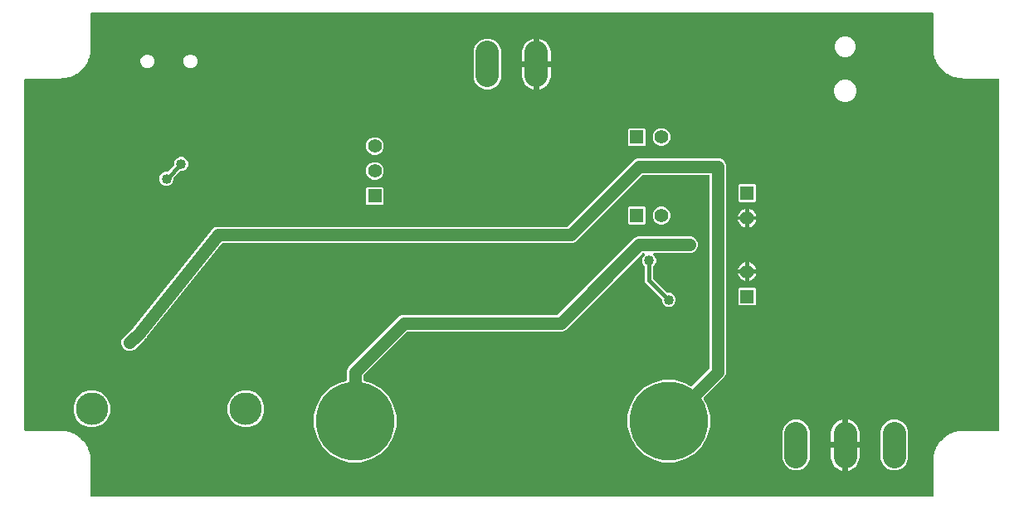
<source format=gbr>
G04 EAGLE Gerber RS-274X export*
G75*
%MOMM*%
%FSLAX34Y34*%
%LPD*%
%INBottom Copper*%
%IPPOS*%
%AMOC8*
5,1,8,0,0,1.08239X$1,22.5*%
G01*
%ADD10C,2.380000*%
%ADD11C,8.000000*%
%ADD12C,3.316000*%
%ADD13R,1.409600X1.409600*%
%ADD14C,1.409600*%
%ADD15C,1.016000*%
%ADD16C,1.270000*%
%ADD17C,1.143000*%
%ADD18C,0.406400*%

G36*
X928502Y2544D02*
X928502Y2544D01*
X928528Y2542D01*
X928675Y2564D01*
X928822Y2581D01*
X928847Y2589D01*
X928873Y2593D01*
X929011Y2648D01*
X929150Y2698D01*
X929172Y2712D01*
X929197Y2722D01*
X929318Y2807D01*
X929443Y2887D01*
X929461Y2906D01*
X929483Y2921D01*
X929582Y3031D01*
X929685Y3138D01*
X929699Y3160D01*
X929716Y3180D01*
X929788Y3310D01*
X929864Y3437D01*
X929872Y3462D01*
X929885Y3485D01*
X929925Y3628D01*
X929970Y3769D01*
X929972Y3795D01*
X929980Y3820D01*
X929999Y4064D01*
X929999Y39432D01*
X929991Y39504D01*
X929992Y39576D01*
X929975Y39659D01*
X929995Y39946D01*
X929994Y39985D01*
X929999Y40055D01*
X929999Y40315D01*
X930003Y40325D01*
X930027Y40483D01*
X930036Y40527D01*
X930036Y40543D01*
X930040Y40567D01*
X930268Y43764D01*
X930268Y43782D01*
X930271Y43799D01*
X930260Y43955D01*
X930256Y44047D01*
X930281Y44163D01*
X930285Y44200D01*
X930312Y44378D01*
X930320Y44484D01*
X930328Y44498D01*
X930333Y44515D01*
X930341Y44531D01*
X930412Y44765D01*
X931107Y47956D01*
X931108Y47974D01*
X931114Y47992D01*
X931126Y48148D01*
X931135Y48239D01*
X931176Y48350D01*
X931185Y48386D01*
X931238Y48559D01*
X931260Y48662D01*
X931270Y48675D01*
X931278Y48691D01*
X931288Y48706D01*
X931392Y48928D01*
X932533Y51987D01*
X932537Y52005D01*
X932545Y52021D01*
X932579Y52174D01*
X932601Y52263D01*
X932658Y52367D01*
X932672Y52401D01*
X932749Y52565D01*
X932786Y52664D01*
X932797Y52676D01*
X932807Y52691D01*
X932819Y52703D01*
X932953Y52908D01*
X934519Y55774D01*
X934525Y55791D01*
X934535Y55806D01*
X934591Y55953D01*
X934625Y56037D01*
X934696Y56132D01*
X934715Y56164D01*
X934814Y56315D01*
X934865Y56408D01*
X934878Y56418D01*
X934890Y56431D01*
X934904Y56442D01*
X935066Y56626D01*
X937023Y59240D01*
X937032Y59256D01*
X937044Y59269D01*
X937120Y59406D01*
X937166Y59485D01*
X937250Y59569D01*
X937273Y59599D01*
X937392Y59734D01*
X937456Y59818D01*
X937470Y59826D01*
X937484Y59838D01*
X937499Y59846D01*
X937686Y60005D01*
X939995Y62314D01*
X940006Y62328D01*
X940020Y62340D01*
X940114Y62465D01*
X940171Y62537D01*
X940267Y62608D01*
X940294Y62634D01*
X940431Y62750D01*
X940506Y62825D01*
X940521Y62831D01*
X940536Y62840D01*
X940553Y62847D01*
X940760Y62977D01*
X943374Y64934D01*
X943387Y64947D01*
X943403Y64956D01*
X943513Y65066D01*
X943580Y65129D01*
X943685Y65186D01*
X943715Y65207D01*
X943868Y65304D01*
X943952Y65367D01*
X943969Y65370D01*
X943985Y65378D01*
X944002Y65382D01*
X944226Y65481D01*
X947092Y67047D01*
X947107Y67057D01*
X947123Y67064D01*
X947249Y67157D01*
X947324Y67210D01*
X947435Y67252D01*
X947468Y67269D01*
X947633Y67342D01*
X947726Y67393D01*
X947742Y67394D01*
X947760Y67399D01*
X947777Y67400D01*
X948013Y67467D01*
X951072Y68608D01*
X951088Y68616D01*
X951106Y68621D01*
X951243Y68695D01*
X951325Y68737D01*
X951441Y68762D01*
X951477Y68774D01*
X951650Y68824D01*
X951749Y68861D01*
X951766Y68859D01*
X951783Y68862D01*
X951801Y68861D01*
X952043Y68893D01*
X955235Y69588D01*
X955252Y69593D01*
X955269Y69596D01*
X955417Y69650D01*
X955503Y69679D01*
X955622Y69688D01*
X955659Y69695D01*
X955837Y69719D01*
X955940Y69741D01*
X955956Y69737D01*
X955974Y69737D01*
X955992Y69734D01*
X956236Y69732D01*
X959433Y69960D01*
X959504Y69974D01*
X959577Y69977D01*
X959658Y70001D01*
X959945Y70001D01*
X959985Y70005D01*
X960054Y70005D01*
X960314Y70023D01*
X960325Y70020D01*
X960484Y70008D01*
X960528Y70001D01*
X960544Y70003D01*
X960568Y70001D01*
X995936Y70001D01*
X995962Y70004D01*
X995988Y70002D01*
X996135Y70024D01*
X996282Y70041D01*
X996307Y70049D01*
X996333Y70053D01*
X996471Y70108D01*
X996610Y70158D01*
X996632Y70172D01*
X996657Y70182D01*
X996778Y70267D01*
X996903Y70347D01*
X996921Y70366D01*
X996943Y70381D01*
X997042Y70491D01*
X997145Y70598D01*
X997159Y70620D01*
X997176Y70640D01*
X997248Y70770D01*
X997324Y70897D01*
X997332Y70922D01*
X997345Y70945D01*
X997385Y71088D01*
X997430Y71229D01*
X997432Y71255D01*
X997440Y71280D01*
X997459Y71524D01*
X997459Y428476D01*
X997456Y428502D01*
X997458Y428528D01*
X997436Y428675D01*
X997419Y428822D01*
X997411Y428847D01*
X997407Y428873D01*
X997352Y429011D01*
X997302Y429150D01*
X997288Y429172D01*
X997278Y429197D01*
X997193Y429318D01*
X997113Y429443D01*
X997094Y429461D01*
X997079Y429483D01*
X996969Y429582D01*
X996862Y429685D01*
X996840Y429699D01*
X996820Y429716D01*
X996690Y429788D01*
X996563Y429864D01*
X996538Y429872D01*
X996515Y429885D01*
X996372Y429925D01*
X996231Y429970D01*
X996205Y429972D01*
X996180Y429980D01*
X995936Y429999D01*
X960568Y429999D01*
X960496Y429991D01*
X960424Y429992D01*
X960341Y429975D01*
X960054Y429995D01*
X960015Y429994D01*
X959945Y429999D01*
X959685Y429999D01*
X959675Y430003D01*
X959517Y430027D01*
X959473Y430036D01*
X959457Y430036D01*
X959433Y430040D01*
X956236Y430268D01*
X956219Y430268D01*
X956201Y430271D01*
X956045Y430260D01*
X955953Y430256D01*
X955837Y430281D01*
X955800Y430285D01*
X955622Y430312D01*
X955516Y430320D01*
X955502Y430328D01*
X955485Y430333D01*
X955469Y430341D01*
X955235Y430412D01*
X952043Y431107D01*
X952026Y431108D01*
X952009Y431114D01*
X951852Y431126D01*
X951762Y431135D01*
X951650Y431176D01*
X951614Y431185D01*
X951441Y431238D01*
X951338Y431260D01*
X951325Y431270D01*
X951309Y431278D01*
X951294Y431288D01*
X951072Y431392D01*
X948013Y432533D01*
X947995Y432537D01*
X947979Y432545D01*
X947826Y432579D01*
X947737Y432601D01*
X947633Y432658D01*
X947598Y432672D01*
X947435Y432748D01*
X947336Y432785D01*
X947324Y432797D01*
X947309Y432807D01*
X947297Y432819D01*
X947092Y432953D01*
X944226Y434519D01*
X944209Y434525D01*
X944194Y434535D01*
X944047Y434591D01*
X943963Y434625D01*
X943868Y434696D01*
X943835Y434715D01*
X943685Y434814D01*
X943592Y434865D01*
X943582Y434878D01*
X943569Y434890D01*
X943558Y434904D01*
X943374Y435066D01*
X940760Y437023D01*
X940744Y437032D01*
X940731Y437044D01*
X940594Y437120D01*
X940515Y437166D01*
X940431Y437250D01*
X940402Y437273D01*
X940267Y437392D01*
X940182Y437456D01*
X940174Y437470D01*
X940162Y437484D01*
X940153Y437499D01*
X939995Y437686D01*
X937686Y439995D01*
X937672Y440006D01*
X937660Y440020D01*
X937535Y440114D01*
X937464Y440171D01*
X937392Y440267D01*
X937366Y440294D01*
X937250Y440431D01*
X937175Y440506D01*
X937169Y440521D01*
X937160Y440536D01*
X937153Y440553D01*
X937023Y440760D01*
X935066Y443374D01*
X935053Y443387D01*
X935044Y443403D01*
X934934Y443513D01*
X934871Y443580D01*
X934814Y443685D01*
X934793Y443715D01*
X934696Y443868D01*
X934633Y443952D01*
X934630Y443969D01*
X934622Y443985D01*
X934618Y444002D01*
X934519Y444226D01*
X932953Y447092D01*
X932943Y447107D01*
X932936Y447123D01*
X932843Y447249D01*
X932790Y447324D01*
X932748Y447435D01*
X932731Y447468D01*
X932658Y447633D01*
X932607Y447726D01*
X932606Y447742D01*
X932601Y447760D01*
X932600Y447777D01*
X932533Y448013D01*
X931392Y451072D01*
X931384Y451088D01*
X931379Y451106D01*
X931305Y451243D01*
X931263Y451325D01*
X931238Y451441D01*
X931226Y451477D01*
X931176Y451650D01*
X931139Y451749D01*
X931141Y451766D01*
X931138Y451783D01*
X931139Y451801D01*
X931107Y452043D01*
X930412Y455235D01*
X930407Y455252D01*
X930404Y455269D01*
X930350Y455417D01*
X930321Y455503D01*
X930312Y455622D01*
X930305Y455659D01*
X930281Y455837D01*
X930259Y455941D01*
X930263Y455957D01*
X930263Y455974D01*
X930266Y455992D01*
X930268Y456236D01*
X930040Y459433D01*
X930026Y459504D01*
X930023Y459577D01*
X929999Y459658D01*
X929999Y459945D01*
X929995Y459985D01*
X929995Y460054D01*
X929977Y460314D01*
X929980Y460325D01*
X929992Y460484D01*
X929999Y460528D01*
X929997Y460544D01*
X929999Y460568D01*
X929999Y495936D01*
X929996Y495962D01*
X929998Y495988D01*
X929976Y496135D01*
X929959Y496282D01*
X929951Y496307D01*
X929947Y496333D01*
X929892Y496471D01*
X929842Y496610D01*
X929828Y496632D01*
X929818Y496657D01*
X929733Y496778D01*
X929653Y496903D01*
X929634Y496921D01*
X929619Y496943D01*
X929509Y497042D01*
X929402Y497145D01*
X929380Y497159D01*
X929360Y497176D01*
X929230Y497248D01*
X929103Y497324D01*
X929078Y497332D01*
X929055Y497345D01*
X928912Y497385D01*
X928771Y497430D01*
X928745Y497432D01*
X928720Y497440D01*
X928476Y497459D01*
X71524Y497459D01*
X71498Y497456D01*
X71472Y497458D01*
X71325Y497436D01*
X71178Y497419D01*
X71153Y497411D01*
X71127Y497407D01*
X70989Y497352D01*
X70850Y497302D01*
X70828Y497288D01*
X70803Y497278D01*
X70682Y497193D01*
X70557Y497113D01*
X70539Y497094D01*
X70517Y497079D01*
X70418Y496969D01*
X70315Y496862D01*
X70301Y496840D01*
X70284Y496820D01*
X70212Y496690D01*
X70136Y496563D01*
X70128Y496538D01*
X70115Y496515D01*
X70075Y496372D01*
X70030Y496231D01*
X70028Y496205D01*
X70020Y496180D01*
X70001Y495936D01*
X70001Y460568D01*
X70009Y460496D01*
X70008Y460424D01*
X70025Y460341D01*
X70005Y460054D01*
X70006Y460015D01*
X70001Y459945D01*
X70001Y459685D01*
X69997Y459675D01*
X69973Y459517D01*
X69964Y459473D01*
X69964Y459457D01*
X69960Y459433D01*
X69732Y456236D01*
X69732Y456219D01*
X69729Y456201D01*
X69740Y456045D01*
X69744Y455953D01*
X69719Y455837D01*
X69715Y455800D01*
X69688Y455622D01*
X69680Y455516D01*
X69672Y455502D01*
X69667Y455485D01*
X69659Y455469D01*
X69588Y455235D01*
X68893Y452043D01*
X68892Y452026D01*
X68886Y452009D01*
X68874Y451852D01*
X68865Y451762D01*
X68824Y451650D01*
X68815Y451614D01*
X68762Y451441D01*
X68740Y451338D01*
X68730Y451325D01*
X68722Y451309D01*
X68712Y451294D01*
X68608Y451072D01*
X67467Y448013D01*
X67463Y447995D01*
X67455Y447979D01*
X67421Y447826D01*
X67399Y447737D01*
X67342Y447633D01*
X67328Y447598D01*
X67252Y447435D01*
X67215Y447336D01*
X67203Y447324D01*
X67193Y447309D01*
X67181Y447297D01*
X67047Y447092D01*
X65481Y444226D01*
X65475Y444209D01*
X65465Y444194D01*
X65409Y444047D01*
X65375Y443963D01*
X65304Y443868D01*
X65285Y443835D01*
X65186Y443685D01*
X65135Y443592D01*
X65122Y443582D01*
X65110Y443569D01*
X65096Y443558D01*
X64934Y443374D01*
X62977Y440760D01*
X62968Y440744D01*
X62956Y440731D01*
X62880Y440594D01*
X62834Y440515D01*
X62750Y440431D01*
X62727Y440402D01*
X62608Y440267D01*
X62544Y440182D01*
X62530Y440174D01*
X62516Y440162D01*
X62501Y440153D01*
X62314Y439995D01*
X60005Y437686D01*
X59994Y437672D01*
X59980Y437660D01*
X59886Y437535D01*
X59829Y437464D01*
X59733Y437392D01*
X59706Y437366D01*
X59569Y437250D01*
X59494Y437175D01*
X59479Y437169D01*
X59464Y437160D01*
X59447Y437153D01*
X59240Y437023D01*
X56626Y435066D01*
X56613Y435053D01*
X56598Y435044D01*
X56487Y434935D01*
X56420Y434871D01*
X56315Y434814D01*
X56285Y434793D01*
X56132Y434696D01*
X56048Y434633D01*
X56031Y434630D01*
X56015Y434622D01*
X55998Y434618D01*
X55774Y434519D01*
X52908Y432953D01*
X52893Y432943D01*
X52877Y432936D01*
X52751Y432843D01*
X52676Y432790D01*
X52565Y432749D01*
X52532Y432732D01*
X52367Y432658D01*
X52274Y432607D01*
X52258Y432606D01*
X52240Y432601D01*
X52223Y432600D01*
X51987Y432533D01*
X48928Y431392D01*
X48912Y431384D01*
X48894Y431379D01*
X48757Y431305D01*
X48675Y431263D01*
X48559Y431238D01*
X48523Y431226D01*
X48350Y431176D01*
X48251Y431139D01*
X48235Y431141D01*
X48217Y431138D01*
X48199Y431139D01*
X47956Y431107D01*
X44765Y430412D01*
X44748Y430407D01*
X44731Y430404D01*
X44583Y430350D01*
X44497Y430321D01*
X44378Y430312D01*
X44341Y430305D01*
X44163Y430281D01*
X44060Y430259D01*
X44044Y430263D01*
X44026Y430263D01*
X44008Y430266D01*
X43764Y430268D01*
X40567Y430040D01*
X40496Y430026D01*
X40423Y430023D01*
X40342Y429999D01*
X40055Y429999D01*
X40015Y429995D01*
X39946Y429995D01*
X39686Y429977D01*
X39675Y429980D01*
X39516Y429992D01*
X39472Y429999D01*
X39456Y429997D01*
X39432Y429999D01*
X4064Y429999D01*
X4038Y429996D01*
X4012Y429998D01*
X3865Y429976D01*
X3718Y429959D01*
X3693Y429951D01*
X3667Y429947D01*
X3529Y429892D01*
X3390Y429842D01*
X3368Y429828D01*
X3343Y429818D01*
X3222Y429733D01*
X3097Y429653D01*
X3079Y429634D01*
X3057Y429619D01*
X2958Y429509D01*
X2855Y429402D01*
X2841Y429380D01*
X2824Y429360D01*
X2752Y429230D01*
X2676Y429103D01*
X2668Y429078D01*
X2655Y429055D01*
X2615Y428912D01*
X2570Y428771D01*
X2568Y428745D01*
X2560Y428720D01*
X2541Y428476D01*
X2541Y71524D01*
X2544Y71498D01*
X2542Y71472D01*
X2564Y71325D01*
X2581Y71178D01*
X2589Y71153D01*
X2593Y71127D01*
X2648Y70989D01*
X2698Y70850D01*
X2712Y70828D01*
X2722Y70803D01*
X2807Y70682D01*
X2887Y70557D01*
X2906Y70539D01*
X2921Y70517D01*
X3031Y70418D01*
X3138Y70315D01*
X3160Y70301D01*
X3180Y70284D01*
X3310Y70212D01*
X3437Y70136D01*
X3462Y70128D01*
X3485Y70115D01*
X3628Y70075D01*
X3769Y70030D01*
X3795Y70028D01*
X3820Y70020D01*
X4064Y70001D01*
X39432Y70001D01*
X39504Y70009D01*
X39576Y70008D01*
X39659Y70025D01*
X39946Y70005D01*
X39985Y70006D01*
X40055Y70001D01*
X40315Y70001D01*
X40325Y69997D01*
X40483Y69973D01*
X40527Y69964D01*
X40543Y69964D01*
X40567Y69960D01*
X43764Y69732D01*
X43782Y69732D01*
X43799Y69729D01*
X43955Y69740D01*
X44047Y69744D01*
X44163Y69719D01*
X44200Y69715D01*
X44378Y69688D01*
X44484Y69680D01*
X44498Y69672D01*
X44515Y69667D01*
X44531Y69659D01*
X44765Y69588D01*
X47957Y68893D01*
X47974Y68892D01*
X47991Y68886D01*
X48148Y68874D01*
X48238Y68865D01*
X48350Y68824D01*
X48386Y68815D01*
X48559Y68762D01*
X48662Y68740D01*
X48675Y68730D01*
X48691Y68722D01*
X48706Y68712D01*
X48928Y68608D01*
X51987Y67467D01*
X52005Y67463D01*
X52021Y67455D01*
X52174Y67421D01*
X52263Y67399D01*
X52367Y67342D01*
X52402Y67328D01*
X52565Y67252D01*
X52664Y67215D01*
X52676Y67203D01*
X52691Y67193D01*
X52703Y67181D01*
X52908Y67047D01*
X55774Y65481D01*
X55791Y65475D01*
X55806Y65465D01*
X55953Y65409D01*
X56037Y65375D01*
X56132Y65304D01*
X56159Y65288D01*
X56171Y65277D01*
X56204Y65259D01*
X56315Y65186D01*
X56408Y65135D01*
X56418Y65122D01*
X56431Y65110D01*
X56442Y65096D01*
X56626Y64934D01*
X59240Y62977D01*
X59256Y62968D01*
X59269Y62956D01*
X59406Y62880D01*
X59485Y62834D01*
X59569Y62750D01*
X59598Y62727D01*
X59733Y62608D01*
X59818Y62544D01*
X59826Y62530D01*
X59838Y62516D01*
X59846Y62501D01*
X60005Y62314D01*
X62314Y60005D01*
X62328Y59994D01*
X62340Y59980D01*
X62465Y59886D01*
X62536Y59829D01*
X62608Y59733D01*
X62634Y59706D01*
X62750Y59569D01*
X62825Y59494D01*
X62831Y59479D01*
X62840Y59464D01*
X62847Y59447D01*
X62977Y59240D01*
X64934Y56626D01*
X64947Y56613D01*
X64956Y56597D01*
X65066Y56487D01*
X65129Y56420D01*
X65186Y56315D01*
X65207Y56285D01*
X65304Y56132D01*
X65367Y56048D01*
X65370Y56031D01*
X65378Y56015D01*
X65382Y55998D01*
X65481Y55774D01*
X67047Y52908D01*
X67057Y52893D01*
X67064Y52877D01*
X67157Y52751D01*
X67210Y52676D01*
X67252Y52565D01*
X67269Y52532D01*
X67342Y52367D01*
X67393Y52274D01*
X67394Y52258D01*
X67399Y52240D01*
X67400Y52223D01*
X67467Y51987D01*
X68608Y48928D01*
X68616Y48912D01*
X68621Y48894D01*
X68695Y48757D01*
X68737Y48675D01*
X68762Y48559D01*
X68774Y48523D01*
X68824Y48350D01*
X68861Y48251D01*
X68859Y48234D01*
X68862Y48217D01*
X68861Y48199D01*
X68893Y47957D01*
X69588Y44765D01*
X69593Y44748D01*
X69596Y44731D01*
X69650Y44583D01*
X69679Y44497D01*
X69688Y44378D01*
X69695Y44341D01*
X69719Y44163D01*
X69741Y44059D01*
X69737Y44043D01*
X69737Y44026D01*
X69734Y44008D01*
X69732Y43764D01*
X69960Y40567D01*
X69974Y40496D01*
X69977Y40423D01*
X70001Y40342D01*
X70001Y40055D01*
X70005Y40015D01*
X70005Y39946D01*
X70023Y39686D01*
X70020Y39675D01*
X70008Y39516D01*
X70001Y39472D01*
X70003Y39456D01*
X70001Y39432D01*
X70001Y4064D01*
X70004Y4038D01*
X70002Y4012D01*
X70024Y3865D01*
X70041Y3718D01*
X70049Y3693D01*
X70053Y3667D01*
X70108Y3529D01*
X70158Y3390D01*
X70172Y3368D01*
X70182Y3343D01*
X70267Y3222D01*
X70347Y3097D01*
X70366Y3079D01*
X70381Y3057D01*
X70491Y2958D01*
X70598Y2855D01*
X70620Y2841D01*
X70640Y2824D01*
X70770Y2752D01*
X70897Y2676D01*
X70922Y2668D01*
X70945Y2655D01*
X71088Y2615D01*
X71229Y2570D01*
X71255Y2568D01*
X71280Y2560D01*
X71524Y2541D01*
X928476Y2541D01*
X928502Y2544D01*
G37*
%LPC*%
G36*
X654466Y37967D02*
X654466Y37967D01*
X643776Y40832D01*
X634191Y46366D01*
X626366Y54191D01*
X620832Y63776D01*
X617967Y74466D01*
X617967Y85534D01*
X620832Y96224D01*
X626366Y105809D01*
X634191Y113634D01*
X643776Y119168D01*
X654466Y122033D01*
X665534Y122033D01*
X676224Y119168D01*
X682242Y115694D01*
X682243Y115693D01*
X682244Y115692D01*
X682401Y115625D01*
X682562Y115555D01*
X682563Y115555D01*
X682564Y115554D01*
X682739Y115523D01*
X682905Y115493D01*
X682906Y115493D01*
X682907Y115493D01*
X683078Y115501D01*
X683253Y115510D01*
X683254Y115511D01*
X683256Y115511D01*
X683419Y115558D01*
X683588Y115606D01*
X683589Y115607D01*
X683590Y115607D01*
X683743Y115692D01*
X683892Y115776D01*
X683893Y115777D01*
X683895Y115777D01*
X684081Y115936D01*
X701171Y133026D01*
X701250Y133125D01*
X701334Y133219D01*
X701358Y133261D01*
X701388Y133299D01*
X701442Y133413D01*
X701503Y133524D01*
X701516Y133571D01*
X701537Y133614D01*
X701563Y133738D01*
X701598Y133859D01*
X701603Y133920D01*
X701610Y133955D01*
X701609Y134003D01*
X701617Y134103D01*
X701617Y330094D01*
X701614Y330120D01*
X701616Y330146D01*
X701594Y330293D01*
X701577Y330440D01*
X701569Y330465D01*
X701565Y330491D01*
X701510Y330629D01*
X701460Y330768D01*
X701446Y330790D01*
X701436Y330815D01*
X701351Y330936D01*
X701271Y331061D01*
X701252Y331079D01*
X701237Y331101D01*
X701127Y331200D01*
X701020Y331303D01*
X700998Y331317D01*
X700978Y331334D01*
X700848Y331406D01*
X700721Y331482D01*
X700696Y331490D01*
X700673Y331503D01*
X700530Y331543D01*
X700389Y331588D01*
X700363Y331590D01*
X700338Y331598D01*
X700094Y331617D01*
X634103Y331617D01*
X633978Y331603D01*
X633851Y331596D01*
X633805Y331583D01*
X633757Y331577D01*
X633638Y331535D01*
X633517Y331500D01*
X633474Y331476D01*
X633429Y331460D01*
X633323Y331391D01*
X633212Y331330D01*
X633166Y331290D01*
X633136Y331271D01*
X633103Y331236D01*
X633026Y331171D01*
X564748Y262893D01*
X561667Y261617D01*
X204761Y261617D01*
X204725Y261613D01*
X204689Y261616D01*
X204552Y261593D01*
X204415Y261577D01*
X204381Y261565D01*
X204345Y261559D01*
X204217Y261507D01*
X204087Y261460D01*
X204056Y261440D01*
X204023Y261426D01*
X203910Y261346D01*
X203794Y261271D01*
X203769Y261245D01*
X203739Y261224D01*
X203572Y261046D01*
X127424Y165862D01*
X127375Y165783D01*
X127318Y165711D01*
X127266Y165609D01*
X127239Y165566D01*
X127229Y165537D01*
X127206Y165493D01*
X127106Y165251D01*
X126315Y164460D01*
X126284Y164421D01*
X126203Y164335D01*
X125504Y163461D01*
X125275Y163335D01*
X125200Y163282D01*
X125119Y163237D01*
X125032Y163162D01*
X124991Y163133D01*
X124971Y163110D01*
X124933Y163078D01*
X114748Y152893D01*
X111667Y151617D01*
X108333Y151617D01*
X105252Y152893D01*
X102893Y155252D01*
X101617Y158333D01*
X101617Y161667D01*
X102893Y164748D01*
X113685Y175540D01*
X113716Y175579D01*
X113797Y175665D01*
X192576Y274138D01*
X192625Y274217D01*
X192682Y274289D01*
X192734Y274391D01*
X192761Y274434D01*
X192771Y274463D01*
X192794Y274507D01*
X192893Y274748D01*
X193685Y275540D01*
X193716Y275579D01*
X193797Y275665D01*
X194496Y276539D01*
X194725Y276665D01*
X194800Y276718D01*
X194881Y276763D01*
X194968Y276838D01*
X195009Y276867D01*
X195029Y276889D01*
X195067Y276922D01*
X195252Y277107D01*
X196285Y277535D01*
X196329Y277559D01*
X196437Y277608D01*
X197417Y278147D01*
X197677Y278176D01*
X197767Y278197D01*
X197859Y278208D01*
X197968Y278243D01*
X198016Y278254D01*
X198044Y278267D01*
X198091Y278283D01*
X198333Y278383D01*
X199451Y278383D01*
X199501Y278388D01*
X199620Y278392D01*
X200732Y278516D01*
X200982Y278443D01*
X201073Y278428D01*
X201162Y278402D01*
X201277Y278393D01*
X201326Y278385D01*
X201356Y278387D01*
X201406Y278383D01*
X555897Y278383D01*
X556022Y278397D01*
X556149Y278404D01*
X556195Y278417D01*
X556243Y278423D01*
X556362Y278465D01*
X556483Y278500D01*
X556526Y278524D01*
X556571Y278540D01*
X556677Y278609D01*
X556788Y278670D01*
X556834Y278710D01*
X556864Y278729D01*
X556897Y278764D01*
X556974Y278829D01*
X625252Y347107D01*
X628333Y348383D01*
X711667Y348383D01*
X714748Y347107D01*
X717107Y344748D01*
X718383Y341667D01*
X718383Y128333D01*
X717107Y125252D01*
X714534Y122679D01*
X695936Y104081D01*
X695935Y104080D01*
X695934Y104079D01*
X695826Y103943D01*
X695719Y103808D01*
X695719Y103807D01*
X695718Y103806D01*
X695643Y103646D01*
X695570Y103493D01*
X695570Y103491D01*
X695569Y103490D01*
X695531Y103313D01*
X695497Y103152D01*
X695497Y103151D01*
X695497Y103149D01*
X695500Y102961D01*
X695503Y102804D01*
X695503Y102802D01*
X695503Y102801D01*
X695546Y102632D01*
X695588Y102466D01*
X695589Y102464D01*
X695589Y102463D01*
X695694Y102242D01*
X699168Y96224D01*
X702033Y85534D01*
X702033Y74466D01*
X699168Y63776D01*
X693634Y54191D01*
X685809Y46366D01*
X676224Y40832D01*
X665534Y37967D01*
X654466Y37967D01*
G37*
%LPD*%
%LPC*%
G36*
X334466Y37967D02*
X334466Y37967D01*
X323776Y40832D01*
X314191Y46366D01*
X306366Y54191D01*
X300832Y63776D01*
X297967Y74466D01*
X297967Y85534D01*
X300832Y96224D01*
X306366Y105809D01*
X314191Y113634D01*
X323776Y119168D01*
X330488Y120967D01*
X330489Y120967D01*
X330491Y120967D01*
X330655Y121033D01*
X330812Y121095D01*
X330813Y121096D01*
X330815Y121096D01*
X330960Y121197D01*
X331099Y121293D01*
X331100Y121294D01*
X331101Y121295D01*
X331218Y121425D01*
X331333Y121552D01*
X331333Y121553D01*
X331334Y121554D01*
X331419Y121708D01*
X331502Y121856D01*
X331502Y121858D01*
X331503Y121859D01*
X331550Y122025D01*
X331597Y122192D01*
X331597Y122193D01*
X331598Y122194D01*
X331617Y122438D01*
X331617Y131667D01*
X332893Y134748D01*
X385252Y187107D01*
X388333Y188383D01*
X545897Y188383D01*
X546022Y188397D01*
X546149Y188404D01*
X546195Y188417D01*
X546243Y188423D01*
X546362Y188465D01*
X546483Y188500D01*
X546526Y188524D01*
X546571Y188540D01*
X546677Y188609D01*
X546788Y188670D01*
X546834Y188710D01*
X546864Y188729D01*
X546897Y188764D01*
X546974Y188829D01*
X625252Y267107D01*
X628333Y268383D01*
X682917Y268383D01*
X685998Y267107D01*
X688357Y264748D01*
X689633Y261667D01*
X689633Y258333D01*
X688357Y255252D01*
X685998Y252893D01*
X682917Y251617D01*
X645869Y251617D01*
X645769Y251606D01*
X645669Y251604D01*
X645597Y251586D01*
X645523Y251577D01*
X645428Y251544D01*
X645331Y251519D01*
X645265Y251485D01*
X645195Y251460D01*
X645110Y251405D01*
X645021Y251359D01*
X644964Y251311D01*
X644902Y251271D01*
X644832Y251199D01*
X644756Y251134D01*
X644711Y251074D01*
X644660Y251020D01*
X644608Y250934D01*
X644549Y250853D01*
X644519Y250785D01*
X644481Y250721D01*
X644450Y250625D01*
X644411Y250533D01*
X644397Y250460D01*
X644375Y250389D01*
X644367Y250289D01*
X644349Y250190D01*
X644353Y250116D01*
X644347Y250042D01*
X644362Y249942D01*
X644367Y249842D01*
X644387Y249771D01*
X644398Y249697D01*
X644435Y249604D01*
X644463Y249507D01*
X644500Y249442D01*
X644527Y249373D01*
X644584Y249291D01*
X644633Y249203D01*
X644699Y249127D01*
X644726Y249087D01*
X644752Y249063D01*
X644792Y249017D01*
X646030Y247779D01*
X647113Y245165D01*
X647113Y242335D01*
X646030Y239721D01*
X644511Y238202D01*
X644432Y238103D01*
X644379Y238047D01*
X644372Y238036D01*
X644348Y238009D01*
X644324Y237967D01*
X644294Y237929D01*
X644243Y237821D01*
X644200Y237748D01*
X644195Y237732D01*
X644179Y237704D01*
X644166Y237658D01*
X644145Y237614D01*
X644122Y237505D01*
X644094Y237416D01*
X644092Y237395D01*
X644084Y237369D01*
X644079Y237308D01*
X644072Y237273D01*
X644073Y237225D01*
X644065Y237125D01*
X644065Y226065D01*
X644079Y225939D01*
X644086Y225813D01*
X644099Y225766D01*
X644105Y225718D01*
X644147Y225599D01*
X644182Y225478D01*
X644206Y225436D01*
X644222Y225390D01*
X644291Y225284D01*
X644352Y225174D01*
X644392Y225128D01*
X644411Y225098D01*
X644446Y225064D01*
X644511Y224988D01*
X658190Y211309D01*
X658289Y211230D01*
X658382Y211146D01*
X658425Y211122D01*
X658463Y211092D01*
X658577Y211038D01*
X658687Y210977D01*
X658734Y210964D01*
X658778Y210943D01*
X658901Y210917D01*
X659023Y210882D01*
X659084Y210877D01*
X659118Y210870D01*
X659166Y210871D01*
X659267Y210863D01*
X661415Y210863D01*
X664029Y209780D01*
X666030Y207779D01*
X667113Y205165D01*
X667113Y202335D01*
X666030Y199721D01*
X664029Y197720D01*
X661415Y196637D01*
X658585Y196637D01*
X655971Y197720D01*
X653970Y199721D01*
X652887Y202335D01*
X652887Y204483D01*
X652873Y204609D01*
X652866Y204735D01*
X652853Y204782D01*
X652847Y204830D01*
X652805Y204949D01*
X652770Y205070D01*
X652746Y205112D01*
X652730Y205158D01*
X652661Y205264D01*
X652600Y205374D01*
X652560Y205420D01*
X652541Y205450D01*
X652506Y205484D01*
X652441Y205560D01*
X635935Y222066D01*
X635935Y237125D01*
X635932Y237149D01*
X635934Y237173D01*
X635920Y237271D01*
X635914Y237377D01*
X635901Y237423D01*
X635895Y237471D01*
X635886Y237498D01*
X635883Y237518D01*
X635849Y237602D01*
X635818Y237712D01*
X635794Y237754D01*
X635778Y237799D01*
X635760Y237827D01*
X635754Y237842D01*
X635707Y237909D01*
X635648Y238016D01*
X635608Y238062D01*
X635589Y238092D01*
X635562Y238118D01*
X635555Y238128D01*
X635542Y238140D01*
X635489Y238202D01*
X633970Y239721D01*
X632887Y242335D01*
X632887Y245165D01*
X633970Y247779D01*
X635208Y249017D01*
X635270Y249096D01*
X635340Y249168D01*
X635378Y249232D01*
X635425Y249290D01*
X635468Y249381D01*
X635519Y249467D01*
X635542Y249538D01*
X635574Y249605D01*
X635595Y249703D01*
X635625Y249799D01*
X635631Y249873D01*
X635647Y249946D01*
X635645Y250046D01*
X635653Y250146D01*
X635642Y250220D01*
X635641Y250294D01*
X635616Y250391D01*
X635602Y250491D01*
X635574Y250560D01*
X635556Y250632D01*
X635510Y250721D01*
X635473Y250815D01*
X635430Y250876D01*
X635396Y250942D01*
X635331Y251018D01*
X635274Y251101D01*
X635219Y251151D01*
X635170Y251207D01*
X635090Y251267D01*
X635015Y251334D01*
X634950Y251370D01*
X634890Y251415D01*
X634798Y251454D01*
X634710Y251503D01*
X634638Y251523D01*
X634570Y251553D01*
X634471Y251570D01*
X634375Y251598D01*
X634275Y251606D01*
X634227Y251614D01*
X634206Y251613D01*
X634199Y251614D01*
X634181Y251613D01*
X634131Y251617D01*
X634103Y251617D01*
X633978Y251603D01*
X633851Y251596D01*
X633805Y251583D01*
X633757Y251577D01*
X633638Y251535D01*
X633517Y251500D01*
X633474Y251476D01*
X633429Y251460D01*
X633323Y251391D01*
X633212Y251330D01*
X633166Y251290D01*
X633136Y251271D01*
X633103Y251236D01*
X633026Y251171D01*
X554748Y172893D01*
X551667Y171617D01*
X394103Y171617D01*
X393978Y171603D01*
X393851Y171596D01*
X393805Y171583D01*
X393757Y171577D01*
X393638Y171535D01*
X393517Y171500D01*
X393474Y171476D01*
X393429Y171460D01*
X393323Y171391D01*
X393212Y171330D01*
X393166Y171290D01*
X393136Y171271D01*
X393103Y171236D01*
X393026Y171171D01*
X348829Y126974D01*
X348762Y126890D01*
X348724Y126850D01*
X348716Y126836D01*
X348666Y126781D01*
X348642Y126739D01*
X348612Y126701D01*
X348558Y126587D01*
X348497Y126476D01*
X348484Y126429D01*
X348463Y126386D01*
X348437Y126262D01*
X348402Y126141D01*
X348397Y126080D01*
X348390Y126045D01*
X348391Y125997D01*
X348383Y125897D01*
X348383Y122438D01*
X348383Y122437D01*
X348383Y122435D01*
X348403Y122264D01*
X348423Y122092D01*
X348423Y122091D01*
X348423Y122089D01*
X348481Y121930D01*
X348540Y121764D01*
X348541Y121763D01*
X348541Y121761D01*
X348634Y121618D01*
X348729Y121471D01*
X348730Y121470D01*
X348731Y121469D01*
X348853Y121352D01*
X348980Y121229D01*
X348981Y121228D01*
X348982Y121227D01*
X349128Y121140D01*
X349279Y121050D01*
X349280Y121050D01*
X349281Y121049D01*
X349512Y120967D01*
X356224Y119168D01*
X365809Y113634D01*
X373634Y105809D01*
X379168Y96224D01*
X382033Y85534D01*
X382033Y74466D01*
X379168Y63776D01*
X373634Y54191D01*
X365809Y46366D01*
X356224Y40832D01*
X345534Y37967D01*
X334466Y37967D01*
G37*
%LPD*%
%LPC*%
G36*
X887229Y29667D02*
X887229Y29667D01*
X882108Y31788D01*
X878188Y35708D01*
X876067Y40829D01*
X876067Y70171D01*
X878188Y75292D01*
X882108Y79212D01*
X887229Y81333D01*
X892771Y81333D01*
X897892Y79212D01*
X901812Y75292D01*
X903933Y70171D01*
X903933Y40829D01*
X901812Y35708D01*
X897892Y31788D01*
X892771Y29667D01*
X887229Y29667D01*
G37*
%LPD*%
%LPC*%
G36*
X472229Y418667D02*
X472229Y418667D01*
X467108Y420788D01*
X463188Y424708D01*
X461067Y429829D01*
X461067Y459171D01*
X463188Y464292D01*
X467108Y468212D01*
X472229Y470333D01*
X477771Y470333D01*
X482892Y468212D01*
X486812Y464292D01*
X488933Y459171D01*
X488933Y429829D01*
X486812Y424708D01*
X482892Y420788D01*
X477771Y418667D01*
X472229Y418667D01*
G37*
%LPD*%
%LPC*%
G36*
X787229Y29667D02*
X787229Y29667D01*
X782108Y31788D01*
X778188Y35708D01*
X776067Y40829D01*
X776067Y70171D01*
X778188Y75292D01*
X782108Y79212D01*
X787229Y81333D01*
X792771Y81333D01*
X797892Y79212D01*
X801812Y75292D01*
X803933Y70171D01*
X803933Y40829D01*
X801812Y35708D01*
X797892Y31788D01*
X792771Y29667D01*
X787229Y29667D01*
G37*
%LPD*%
%LPC*%
G36*
X67798Y73887D02*
X67798Y73887D01*
X60957Y76721D01*
X55721Y81957D01*
X52887Y88798D01*
X52887Y96202D01*
X55721Y103043D01*
X60957Y108279D01*
X67798Y111113D01*
X75202Y111113D01*
X82043Y108279D01*
X87279Y103043D01*
X90113Y96202D01*
X90113Y88798D01*
X87279Y81957D01*
X82043Y76721D01*
X75202Y73887D01*
X67798Y73887D01*
G37*
%LPD*%
%LPC*%
G36*
X224798Y73887D02*
X224798Y73887D01*
X217957Y76721D01*
X212721Y81957D01*
X209887Y88798D01*
X209887Y96202D01*
X212721Y103043D01*
X217957Y108279D01*
X224798Y111113D01*
X232202Y111113D01*
X239043Y108279D01*
X244279Y103043D01*
X247113Y96202D01*
X247113Y88798D01*
X244279Y81957D01*
X239043Y76721D01*
X232202Y73887D01*
X224798Y73887D01*
G37*
%LPD*%
%LPC*%
G36*
X837704Y405709D02*
X837704Y405709D01*
X833463Y407466D01*
X830216Y410713D01*
X828459Y414954D01*
X828459Y419546D01*
X830216Y423787D01*
X833463Y427034D01*
X837704Y428791D01*
X842296Y428791D01*
X846537Y427034D01*
X849784Y423787D01*
X851541Y419546D01*
X851541Y414954D01*
X849784Y410713D01*
X846537Y407466D01*
X842296Y405709D01*
X837704Y405709D01*
G37*
%LPD*%
%LPC*%
G36*
X146085Y320387D02*
X146085Y320387D01*
X143471Y321470D01*
X141470Y323471D01*
X140387Y326085D01*
X140387Y328915D01*
X141470Y331529D01*
X143471Y333530D01*
X146085Y334613D01*
X148233Y334613D01*
X148359Y334627D01*
X148485Y334634D01*
X148532Y334647D01*
X148580Y334653D01*
X148699Y334695D01*
X148820Y334730D01*
X148862Y334754D01*
X148908Y334770D01*
X149014Y334839D01*
X149124Y334900D01*
X149170Y334940D01*
X149200Y334959D01*
X149234Y334994D01*
X149310Y335059D01*
X154941Y340690D01*
X155020Y340789D01*
X155104Y340882D01*
X155128Y340925D01*
X155158Y340963D01*
X155212Y341077D01*
X155273Y341187D01*
X155286Y341234D01*
X155307Y341278D01*
X155333Y341401D01*
X155368Y341523D01*
X155373Y341584D01*
X155380Y341618D01*
X155379Y341666D01*
X155387Y341767D01*
X155387Y343915D01*
X156470Y346529D01*
X158471Y348530D01*
X161085Y349613D01*
X163915Y349613D01*
X166529Y348530D01*
X168530Y346529D01*
X169613Y343915D01*
X169613Y341085D01*
X168530Y338471D01*
X166529Y336470D01*
X163915Y335387D01*
X161767Y335387D01*
X161641Y335373D01*
X161515Y335366D01*
X161468Y335353D01*
X161420Y335347D01*
X161301Y335305D01*
X161180Y335270D01*
X161138Y335246D01*
X161092Y335230D01*
X160986Y335161D01*
X160876Y335100D01*
X160830Y335060D01*
X160800Y335041D01*
X160766Y335006D01*
X160690Y334941D01*
X155059Y329310D01*
X154980Y329211D01*
X154896Y329118D01*
X154872Y329075D01*
X154842Y329037D01*
X154788Y328923D01*
X154727Y328813D01*
X154714Y328766D01*
X154693Y328722D01*
X154667Y328599D01*
X154632Y328477D01*
X154627Y328416D01*
X154620Y328382D01*
X154621Y328334D01*
X154613Y328233D01*
X154613Y326085D01*
X153530Y323471D01*
X151529Y321470D01*
X148915Y320387D01*
X146085Y320387D01*
G37*
%LPD*%
%LPC*%
G36*
X837903Y451709D02*
X837903Y451709D01*
X834029Y453314D01*
X831064Y456279D01*
X829459Y460153D01*
X829459Y464347D01*
X831064Y468221D01*
X834029Y471186D01*
X837903Y472791D01*
X842097Y472791D01*
X845971Y471186D01*
X848936Y468221D01*
X850541Y464347D01*
X850541Y460153D01*
X848936Y456279D01*
X845971Y453314D01*
X842097Y451709D01*
X837903Y451709D01*
G37*
%LPD*%
%LPC*%
G36*
X732110Y198219D02*
X732110Y198219D01*
X730919Y199410D01*
X730919Y215190D01*
X732110Y216381D01*
X747890Y216381D01*
X749081Y215190D01*
X749081Y199410D01*
X747890Y198219D01*
X732110Y198219D01*
G37*
%LPD*%
%LPC*%
G36*
X619410Y360919D02*
X619410Y360919D01*
X618219Y362110D01*
X618219Y377890D01*
X619410Y379081D01*
X635190Y379081D01*
X636381Y377890D01*
X636381Y362110D01*
X635190Y360919D01*
X619410Y360919D01*
G37*
%LPD*%
%LPC*%
G36*
X732110Y303619D02*
X732110Y303619D01*
X730919Y304810D01*
X730919Y320590D01*
X732110Y321781D01*
X747890Y321781D01*
X749081Y320590D01*
X749081Y304810D01*
X747890Y303619D01*
X732110Y303619D01*
G37*
%LPD*%
%LPC*%
G36*
X352110Y300919D02*
X352110Y300919D01*
X350919Y302110D01*
X350919Y317890D01*
X352110Y319081D01*
X367890Y319081D01*
X369081Y317890D01*
X369081Y302110D01*
X367890Y300919D01*
X352110Y300919D01*
G37*
%LPD*%
%LPC*%
G36*
X619410Y280919D02*
X619410Y280919D01*
X618219Y282110D01*
X618219Y297890D01*
X619410Y299081D01*
X635190Y299081D01*
X636381Y297890D01*
X636381Y282110D01*
X635190Y280919D01*
X619410Y280919D01*
G37*
%LPD*%
%LPC*%
G36*
X650894Y280919D02*
X650894Y280919D01*
X647556Y282302D01*
X645002Y284856D01*
X643619Y288194D01*
X643619Y291806D01*
X645002Y295144D01*
X647556Y297698D01*
X650894Y299081D01*
X654506Y299081D01*
X657844Y297698D01*
X660398Y295144D01*
X661781Y291806D01*
X661781Y288194D01*
X660398Y284856D01*
X657844Y282302D01*
X654506Y280919D01*
X650894Y280919D01*
G37*
%LPD*%
%LPC*%
G36*
X358194Y326319D02*
X358194Y326319D01*
X354856Y327702D01*
X352302Y330256D01*
X350919Y333594D01*
X350919Y337206D01*
X352302Y340544D01*
X354856Y343098D01*
X358194Y344481D01*
X361806Y344481D01*
X365144Y343098D01*
X367698Y340544D01*
X369081Y337206D01*
X369081Y333594D01*
X367698Y330256D01*
X365144Y327702D01*
X361806Y326319D01*
X358194Y326319D01*
G37*
%LPD*%
%LPC*%
G36*
X358194Y351719D02*
X358194Y351719D01*
X354856Y353102D01*
X352302Y355656D01*
X350919Y358994D01*
X350919Y362606D01*
X352302Y365944D01*
X354856Y368498D01*
X358194Y369881D01*
X361806Y369881D01*
X365144Y368498D01*
X367698Y365944D01*
X369081Y362606D01*
X369081Y358994D01*
X367698Y355656D01*
X365144Y353102D01*
X361806Y351719D01*
X358194Y351719D01*
G37*
%LPD*%
%LPC*%
G36*
X650894Y360919D02*
X650894Y360919D01*
X647556Y362302D01*
X645002Y364856D01*
X643619Y368194D01*
X643619Y371806D01*
X645002Y375144D01*
X647556Y377698D01*
X650894Y379081D01*
X654506Y379081D01*
X657844Y377698D01*
X660398Y375144D01*
X661781Y371806D01*
X661781Y368194D01*
X660398Y364856D01*
X657844Y362302D01*
X654506Y360919D01*
X650894Y360919D01*
G37*
%LPD*%
%LPC*%
G36*
X528047Y447547D02*
X528047Y447547D01*
X528047Y470538D01*
X528382Y470485D01*
X530543Y469783D01*
X532569Y468751D01*
X534407Y467415D01*
X536015Y465807D01*
X537351Y463969D01*
X538383Y461943D01*
X539085Y459782D01*
X539441Y457537D01*
X539441Y447547D01*
X528047Y447547D01*
G37*
%LPD*%
%LPC*%
G36*
X843047Y58547D02*
X843047Y58547D01*
X843047Y81538D01*
X843382Y81485D01*
X845543Y80783D01*
X847569Y79751D01*
X849407Y78415D01*
X851015Y76807D01*
X852351Y74969D01*
X853383Y72943D01*
X854085Y70782D01*
X854441Y68537D01*
X854441Y58547D01*
X843047Y58547D01*
G37*
%LPD*%
%LPC*%
G36*
X528047Y441453D02*
X528047Y441453D01*
X539441Y441453D01*
X539441Y431463D01*
X539085Y429218D01*
X538383Y427057D01*
X537351Y425031D01*
X536015Y423193D01*
X534407Y421585D01*
X532569Y420249D01*
X530543Y419217D01*
X528382Y418515D01*
X528047Y418462D01*
X528047Y441453D01*
G37*
%LPD*%
%LPC*%
G36*
X843047Y52453D02*
X843047Y52453D01*
X854441Y52453D01*
X854441Y42463D01*
X854085Y40218D01*
X853383Y38057D01*
X852351Y36031D01*
X851015Y34193D01*
X849407Y32585D01*
X847569Y31249D01*
X845543Y30217D01*
X843382Y29515D01*
X843047Y29462D01*
X843047Y52453D01*
G37*
%LPD*%
%LPC*%
G36*
X510559Y447547D02*
X510559Y447547D01*
X510559Y457537D01*
X510915Y459782D01*
X511617Y461943D01*
X512649Y463969D01*
X513985Y465807D01*
X515593Y467415D01*
X517431Y468751D01*
X519457Y469783D01*
X521618Y470485D01*
X521953Y470538D01*
X521953Y447547D01*
X510559Y447547D01*
G37*
%LPD*%
%LPC*%
G36*
X825559Y58547D02*
X825559Y58547D01*
X825559Y68537D01*
X825915Y70782D01*
X826617Y72943D01*
X827649Y74969D01*
X828985Y76807D01*
X830593Y78415D01*
X832431Y79751D01*
X834457Y80783D01*
X836618Y81485D01*
X836953Y81538D01*
X836953Y58547D01*
X825559Y58547D01*
G37*
%LPD*%
%LPC*%
G36*
X521618Y418515D02*
X521618Y418515D01*
X519457Y419217D01*
X517431Y420249D01*
X515593Y421585D01*
X513985Y423193D01*
X512649Y425031D01*
X511617Y427057D01*
X510915Y429218D01*
X510559Y431463D01*
X510559Y441453D01*
X521953Y441453D01*
X521953Y418462D01*
X521618Y418515D01*
G37*
%LPD*%
%LPC*%
G36*
X836618Y29515D02*
X836618Y29515D01*
X834457Y30217D01*
X832431Y31249D01*
X830593Y32585D01*
X828985Y34193D01*
X827649Y36031D01*
X826617Y38057D01*
X825915Y40218D01*
X825559Y42463D01*
X825559Y52453D01*
X836953Y52453D01*
X836953Y29462D01*
X836618Y29515D01*
G37*
%LPD*%
%LPC*%
G36*
X170600Y440459D02*
X170600Y440459D01*
X168012Y441531D01*
X166031Y443512D01*
X164959Y446100D01*
X164959Y448900D01*
X166031Y451488D01*
X168012Y453469D01*
X170600Y454541D01*
X173400Y454541D01*
X175988Y453469D01*
X177969Y451488D01*
X179041Y448900D01*
X179041Y446100D01*
X177969Y443512D01*
X175988Y441531D01*
X173400Y440459D01*
X170600Y440459D01*
G37*
%LPD*%
%LPC*%
G36*
X126600Y440459D02*
X126600Y440459D01*
X124012Y441531D01*
X122031Y443512D01*
X120959Y446100D01*
X120959Y448900D01*
X122031Y451488D01*
X124012Y453469D01*
X126600Y454541D01*
X129400Y454541D01*
X131988Y453469D01*
X133969Y451488D01*
X135041Y448900D01*
X135041Y446100D01*
X133969Y443512D01*
X131988Y441531D01*
X129400Y440459D01*
X126600Y440459D01*
G37*
%LPD*%
%LPC*%
G36*
X741999Y234699D02*
X741999Y234699D01*
X741999Y242092D01*
X742246Y242053D01*
X743681Y241586D01*
X745026Y240901D01*
X746247Y240014D01*
X747314Y238947D01*
X748201Y237726D01*
X748886Y236381D01*
X749353Y234946D01*
X749392Y234699D01*
X741999Y234699D01*
G37*
%LPD*%
%LPC*%
G36*
X741999Y289299D02*
X741999Y289299D01*
X741999Y296692D01*
X742246Y296653D01*
X743681Y296186D01*
X745026Y295501D01*
X746247Y294614D01*
X747314Y293547D01*
X748201Y292326D01*
X748886Y290981D01*
X749353Y289546D01*
X749392Y289299D01*
X741999Y289299D01*
G37*
%LPD*%
%LPC*%
G36*
X730608Y289299D02*
X730608Y289299D01*
X730647Y289546D01*
X731114Y290981D01*
X731799Y292326D01*
X732686Y293547D01*
X733753Y294614D01*
X734974Y295501D01*
X736319Y296186D01*
X737754Y296653D01*
X738001Y296692D01*
X738001Y289299D01*
X730608Y289299D01*
G37*
%LPD*%
%LPC*%
G36*
X741999Y285301D02*
X741999Y285301D01*
X749392Y285301D01*
X749353Y285054D01*
X748886Y283619D01*
X748201Y282274D01*
X747314Y281053D01*
X746247Y279986D01*
X745026Y279099D01*
X743681Y278414D01*
X742246Y277947D01*
X741999Y277908D01*
X741999Y285301D01*
G37*
%LPD*%
%LPC*%
G36*
X730608Y234699D02*
X730608Y234699D01*
X730647Y234946D01*
X731114Y236381D01*
X731799Y237726D01*
X732686Y238947D01*
X733753Y240014D01*
X734974Y240901D01*
X736319Y241586D01*
X737754Y242053D01*
X738001Y242092D01*
X738001Y234699D01*
X730608Y234699D01*
G37*
%LPD*%
%LPC*%
G36*
X741999Y230701D02*
X741999Y230701D01*
X749392Y230701D01*
X749353Y230454D01*
X748886Y229019D01*
X748201Y227674D01*
X747314Y226453D01*
X746247Y225386D01*
X745026Y224499D01*
X743681Y223814D01*
X742246Y223347D01*
X741999Y223308D01*
X741999Y230701D01*
G37*
%LPD*%
%LPC*%
G36*
X737754Y277947D02*
X737754Y277947D01*
X736319Y278414D01*
X734974Y279099D01*
X733753Y279986D01*
X732686Y281053D01*
X731799Y282274D01*
X731114Y283619D01*
X730647Y285054D01*
X730608Y285301D01*
X738001Y285301D01*
X738001Y277908D01*
X737754Y277947D01*
G37*
%LPD*%
%LPC*%
G36*
X737754Y223347D02*
X737754Y223347D01*
X736319Y223814D01*
X734974Y224499D01*
X733753Y225386D01*
X732686Y226453D01*
X731799Y227674D01*
X731114Y229019D01*
X730647Y230454D01*
X730608Y230701D01*
X738001Y230701D01*
X738001Y223308D01*
X737754Y223347D01*
G37*
%LPD*%
%LPC*%
G36*
X524999Y444499D02*
X524999Y444499D01*
X524999Y444501D01*
X525001Y444501D01*
X525001Y444499D01*
X524999Y444499D01*
G37*
%LPD*%
%LPC*%
G36*
X839999Y55499D02*
X839999Y55499D01*
X839999Y55501D01*
X840001Y55501D01*
X840001Y55499D01*
X839999Y55499D01*
G37*
%LPD*%
D10*
X475000Y456400D02*
X475000Y432600D01*
X525000Y432600D02*
X525000Y456400D01*
D11*
X660000Y80000D03*
X500000Y80000D03*
X340000Y80000D03*
D10*
X840000Y67400D02*
X840000Y43600D01*
X790000Y43600D02*
X790000Y67400D01*
X890000Y67400D02*
X890000Y43600D01*
D12*
X71500Y92500D03*
X228500Y92500D03*
D13*
X740000Y312700D03*
D14*
X740000Y287300D03*
D13*
X740000Y207300D03*
D14*
X740000Y232700D03*
D13*
X360000Y310000D03*
D14*
X360000Y335400D03*
X360000Y360800D03*
D13*
X627300Y370000D03*
D14*
X652700Y370000D03*
D13*
X627300Y290000D03*
D14*
X652700Y290000D03*
D15*
X174600Y151900D03*
X197100Y151900D03*
X172100Y106900D03*
X197100Y106900D03*
X295000Y247500D03*
X310000Y290000D03*
X210000Y322500D03*
X210000Y230000D03*
X335000Y295000D03*
X370000Y250000D03*
X330000Y380000D03*
X302500Y338750D03*
X303750Y385000D03*
X315000Y247500D03*
X225000Y306250D03*
X240000Y230000D03*
X425000Y345000D03*
X415000Y320000D03*
X417500Y222500D03*
X425000Y245000D03*
X618750Y227500D03*
X603750Y335000D03*
X140000Y441250D03*
X123750Y397500D03*
X140000Y391250D03*
X123750Y435000D03*
X760000Y462500D03*
X783750Y430000D03*
X807500Y462500D03*
X761250Y401250D03*
X782500Y376250D03*
X807500Y401250D03*
X560000Y250000D03*
X560000Y353750D03*
X681250Y273750D03*
X675000Y228750D03*
X788750Y296250D03*
X725000Y315000D03*
X757500Y325000D03*
D16*
X710000Y130000D02*
X660000Y80000D01*
X200000Y270000D02*
X120000Y170000D01*
X110000Y160000D01*
X710000Y130000D02*
X710000Y340000D01*
X560000Y270000D02*
X200000Y270000D01*
X630000Y340000D02*
X710000Y340000D01*
X630000Y340000D02*
X560000Y270000D01*
D17*
X120000Y170000D03*
X110000Y160000D03*
D15*
X710000Y340000D03*
X676250Y340000D03*
X692500Y340000D03*
D16*
X340000Y130000D02*
X340000Y80000D01*
X340000Y130000D02*
X390000Y180000D01*
X550000Y180000D01*
X630000Y260000D01*
X681250Y260000D01*
D15*
X681250Y260000D03*
X670000Y260000D03*
D18*
X162500Y342500D02*
X147500Y327500D01*
D15*
X147500Y327500D03*
X162500Y342500D03*
D18*
X640000Y243750D02*
X640000Y223750D01*
X660000Y203750D01*
D15*
X640000Y243750D03*
X660000Y203750D03*
M02*

</source>
